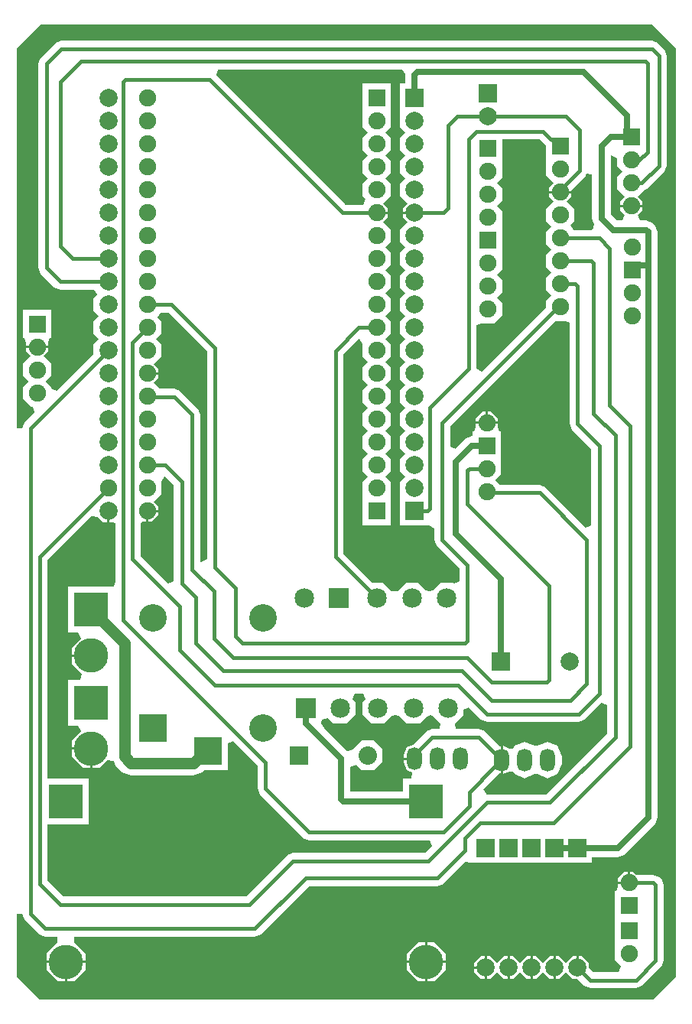
<source format=gtl>
G04*
G04 #@! TF.GenerationSoftware,Altium Limited,Altium Designer,21.3.2 (30)*
G04*
G04 Layer_Physical_Order=1*
G04 Layer_Color=255*
%FSTAX24Y24*%
%MOIN*%
G70*
G04*
G04 #@! TF.SameCoordinates,F68F6C76-AA82-476B-A51A-8D37A50AFAF4*
G04*
G04*
G04 #@! TF.FilePolarity,Positive*
G04*
G01*
G75*
%ADD33C,0.0150*%
%ADD34C,0.0250*%
%ADD35C,0.0500*%
%ADD36R,0.0750X0.0750*%
%ADD37C,0.0750*%
%ADD38C,0.1500*%
%ADD39R,0.1500X0.1500*%
%ADD40R,0.0800X0.0800*%
%ADD41C,0.0800*%
%ADD42C,0.1200*%
%ADD43R,0.1200X0.1200*%
%ADD44R,0.1500X0.1500*%
%ADD45R,0.0850X0.0850*%
%ADD46C,0.0850*%
%ADD47R,0.0750X0.0750*%
%ADD48C,0.0791*%
%ADD49R,0.0791X0.0791*%
%ADD50R,0.0791X0.0791*%
%ADD51O,0.0660X0.1000*%
G36*
X02885Y04155D02*
Y0011D01*
X02785Y0001D01*
X0011D01*
X0001Y0011D01*
Y003846D01*
X000348Y00385D01*
X000451Y003601D01*
X001108Y002944D01*
X001357Y002841D01*
X001877D01*
X001889Y002591D01*
X0014Y002102D01*
Y0018D01*
X0031D01*
Y002102D01*
X002611Y002591D01*
X002623Y002841D01*
X010493D01*
X010742Y002944D01*
X012846Y005048D01*
X01845D01*
X018699Y005151D01*
X019655Y006107D01*
X019905Y006055D01*
Y006055D01*
X025195D01*
Y006294D01*
X0263D01*
X0263Y006294D01*
X026587Y006413D01*
X027937Y007763D01*
X027937Y007763D01*
X028056Y00805D01*
Y032214D01*
X028056Y032214D01*
X028056Y032214D01*
Y033562D01*
X028056Y033562D01*
X027996Y033706D01*
X027937Y033849D01*
X027937Y033849D01*
X027849Y033937D01*
X027562Y034056D01*
X027562Y034056D01*
X027281D01*
X027178Y034306D01*
X027375Y034503D01*
Y03465D01*
X0269D01*
X026425D01*
Y034503D01*
X026622Y034306D01*
X026519Y034056D01*
X026268D01*
X026006Y034318D01*
Y036891D01*
X026029Y036908D01*
X026275Y036784D01*
Y036441D01*
X026516Y0362D01*
X026275Y035959D01*
Y035441D01*
X026622Y035094D01*
X026425Y034897D01*
Y03475D01*
X0269D01*
X027375D01*
Y034897D01*
X027178Y035094D01*
X02749Y035406D01*
X027599Y035451D01*
X028349Y036201D01*
X028452Y03645D01*
Y04125D01*
X028349Y041499D01*
X028049Y041799D01*
X0278Y041902D01*
X00205D01*
X001801Y041799D01*
X001151Y041149D01*
X001048Y0409D01*
Y032D01*
X001151Y031751D01*
X001751Y031151D01*
X002Y031048D01*
X003482D01*
X003619Y030831D01*
X003455Y030667D01*
Y030133D01*
X003687Y0299D01*
X003455Y029667D01*
Y029133D01*
X003687Y0289D01*
X003455Y028667D01*
Y028252D01*
X001856Y026653D01*
X001625Y026749D01*
Y026809D01*
X001384Y02705D01*
X001625Y027291D01*
Y027809D01*
X001278Y028156D01*
X001475Y028353D01*
Y0285D01*
X001D01*
X000525D01*
Y028353D01*
X000722Y028156D01*
X000375Y027809D01*
Y027291D01*
X000616Y02705D01*
X000375Y026809D01*
Y026291D01*
X000741Y025925D01*
X000801D01*
X000897Y025694D01*
X000451Y025249D01*
X000348Y025D01*
X0001Y025004D01*
Y04155D01*
X00115Y0426D01*
X0278D01*
X02885Y04155D01*
D02*
G37*
G36*
X023175Y037328D02*
Y036675D01*
X023175D01*
X023175Y036425D01*
Y036041D01*
X023522Y035694D01*
X023325Y035497D01*
Y03535D01*
X0238D01*
X024275D01*
Y035378D01*
X024899Y036001D01*
X024944Y036111D01*
X025194Y036061D01*
Y03415D01*
X025194Y03415D01*
X025297Y033902D01*
X025236Y033749D01*
X025171Y033652D01*
X024389D01*
X024253Y033869D01*
X024425Y034041D01*
Y034559D01*
X024078Y034906D01*
X024275Y035103D01*
Y03525D01*
X0238D01*
X023325D01*
Y035103D01*
X023522Y034906D01*
X023175Y034559D01*
Y034041D01*
X023416Y0338D01*
X023175Y033559D01*
Y033041D01*
X023416Y0328D01*
X023175Y032559D01*
Y032041D01*
X023416Y0318D01*
X023175Y031559D01*
Y031041D01*
X023416Y0308D01*
X023175Y030559D01*
Y030272D01*
X020366Y027463D01*
X02016Y027595D01*
X020152Y027603D01*
Y029488D01*
X020383Y029583D01*
X020391Y029575D01*
X020909D01*
X021275Y029941D01*
Y030459D01*
X021034Y0307D01*
X021275Y030941D01*
Y031459D01*
X021034Y0317D01*
X021275Y031941D01*
Y032325D01*
X021275Y032575D01*
X021275D01*
Y033825D01*
X021275D01*
X021275Y034075D01*
Y034459D01*
X021034Y0347D01*
X021275Y034941D01*
Y035459D01*
X021034Y0357D01*
X021275Y035941D01*
Y036325D01*
X021275Y036575D01*
X021275D01*
Y037598D01*
X022904D01*
X023175Y037328D01*
D02*
G37*
G36*
X00415Y020905D02*
X004305D01*
X004398Y020866D01*
Y01833D01*
X00435Y0181D01*
X00235D01*
Y0161D01*
X002794D01*
X002898Y01585D01*
X0025Y015452D01*
Y01515D01*
X00335D01*
Y01505D01*
X0025D01*
Y014748D01*
X002948Y0143D01*
X002877Y01405D01*
X00235D01*
Y01205D01*
X002794D01*
X002898Y0118D01*
X0025Y011402D01*
Y0111D01*
X00335D01*
Y01105D01*
X0034D01*
Y0102D01*
X003702D01*
X004049Y010547D01*
X004344Y010488D01*
X004417Y01031D01*
X00471Y010017D01*
X005093Y009859D01*
X007807D01*
X00819Y010017D01*
X008272Y0101D01*
X0093D01*
Y011276D01*
X009531Y011372D01*
X010598Y010304D01*
Y009288D01*
X010701Y009039D01*
X012589Y007151D01*
X012838Y007048D01*
X018124D01*
X01822Y006817D01*
X017904Y006502D01*
X01215D01*
X011901Y006399D01*
X010104Y004602D01*
X002146D01*
X001452Y005296D01*
Y00775D01*
X00325D01*
Y00975D01*
X001452D01*
Y019254D01*
X003366Y021168D01*
X003657Y021142D01*
X003895Y020905D01*
X00405D01*
Y0214D01*
X00415D01*
Y020905D01*
D02*
G37*
G36*
X017059Y04044D02*
X017044Y040404D01*
X017044Y040404D01*
Y040045D01*
X016805D01*
Y038755D01*
X016805D01*
X016805Y038505D01*
Y038133D01*
X017037Y0379D01*
X016805Y037667D01*
Y037133D01*
X017037Y0369D01*
X016805Y036667D01*
Y036133D01*
X017037Y0359D01*
X016805Y035667D01*
Y035133D01*
X017144Y034794D01*
X016955Y034605D01*
Y03445D01*
X01745D01*
Y03435D01*
X016955D01*
Y034195D01*
X017144Y034006D01*
X016805Y033667D01*
Y033133D01*
X017037Y0329D01*
X016805Y032667D01*
Y032133D01*
X017037Y0319D01*
X016805Y031667D01*
Y031133D01*
X017037Y0309D01*
X016805Y030667D01*
Y030133D01*
X017037Y0299D01*
X016805Y029667D01*
Y029133D01*
X017037Y0289D01*
X016805Y028667D01*
Y028133D01*
X017037Y0279D01*
X016805Y027667D01*
Y027133D01*
X017037Y0269D01*
X016805Y026667D01*
Y026133D01*
X017037Y0259D01*
X016805Y025667D01*
Y025133D01*
X017037Y0249D01*
X016805Y024667D01*
Y024133D01*
X017037Y0239D01*
X016805Y023667D01*
Y023133D01*
X017037Y0229D01*
X016805Y022667D01*
Y022295D01*
X016805Y022045D01*
X016805D01*
Y020755D01*
X018095D01*
X018298Y020641D01*
Y02015D01*
X018401Y019901D01*
X019398Y018904D01*
Y018333D01*
X019167Y018237D01*
X01913Y018275D01*
X01857D01*
X018246Y01795D01*
X0181Y017904D01*
X017954Y01795D01*
X01763Y018275D01*
X01707D01*
X01671Y017915D01*
X016575Y017895D01*
X01644Y017915D01*
X01608Y018275D01*
X015622D01*
X014352Y019546D01*
Y028234D01*
X015012Y028895D01*
X015053Y02889D01*
X015175Y028659D01*
Y028141D01*
X015416Y0279D01*
X015175Y027659D01*
Y027141D01*
X015416Y0269D01*
X015175Y026659D01*
Y026141D01*
X015416Y0259D01*
X015175Y025659D01*
Y025141D01*
X015416Y0249D01*
X015175Y024659D01*
Y024141D01*
X015416Y0239D01*
X015175Y023659D01*
Y023141D01*
X015416Y0229D01*
X015175Y022659D01*
Y022275D01*
X015175Y022025D01*
X015175D01*
Y020775D01*
X016425D01*
Y022025D01*
X016425D01*
X016425Y022275D01*
Y022659D01*
X016184Y0229D01*
X016425Y023141D01*
Y023659D01*
X016184Y0239D01*
X016425Y024141D01*
Y024659D01*
X016184Y0249D01*
X016425Y025141D01*
Y025659D01*
X016184Y0259D01*
X016425Y026141D01*
Y026659D01*
X016184Y0269D01*
X016425Y027141D01*
Y027659D01*
X016184Y0279D01*
X016425Y028141D01*
Y028659D01*
X016184Y0289D01*
X016425Y029141D01*
Y029659D01*
X016184Y0299D01*
X016425Y030141D01*
Y030659D01*
X016184Y0309D01*
X016425Y031141D01*
Y031659D01*
X016184Y0319D01*
X016425Y032141D01*
Y032659D01*
X016184Y0329D01*
X016425Y033141D01*
Y033659D01*
X016078Y034006D01*
X016275Y034203D01*
Y03435D01*
X0158D01*
Y03445D01*
X016275D01*
Y034597D01*
X016078Y034794D01*
X016425Y035141D01*
Y035659D01*
X016184Y0359D01*
X016425Y036141D01*
Y036659D01*
X016184Y0369D01*
X016425Y037141D01*
Y037659D01*
X016184Y0379D01*
X016425Y038141D01*
Y038525D01*
X016425Y038775D01*
X016425D01*
Y040025D01*
X015175D01*
Y038775D01*
X015175D01*
X015175Y038525D01*
Y038141D01*
X015416Y0379D01*
X015175Y037659D01*
Y037141D01*
X015416Y0369D01*
X015175Y036659D01*
Y036141D01*
X015416Y0359D01*
X015175Y035659D01*
Y035141D01*
X015314Y035002D01*
X015211Y034752D01*
X014446D01*
X008799Y040398D01*
X008866Y040633D01*
X008876Y040648D01*
X01692D01*
X017059Y04044D01*
D02*
G37*
G36*
X024059Y029675D02*
X024198Y029617D01*
Y0252D01*
X024301Y024951D01*
X025148Y024104D01*
Y020776D01*
X024917Y02068D01*
X023149Y022449D01*
X0229Y022552D01*
X021182D01*
X020984Y02275D01*
X021225Y022991D01*
Y023375D01*
X021225Y023625D01*
X021225D01*
Y024875D01*
X021149D01*
X021075Y025053D01*
Y0252D01*
X0206D01*
X020125D01*
Y025053D01*
X020051Y024875D01*
X019975D01*
Y024656D01*
X01995D01*
X019663Y024537D01*
X019663Y024537D01*
X019233Y024107D01*
X019002Y024202D01*
Y025104D01*
X023572Y029675D01*
X024059D01*
D02*
G37*
G36*
X008398Y028354D02*
Y019303D01*
X008148Y019169D01*
X008102Y0192D01*
Y0256D01*
X007999Y025849D01*
X007221Y026627D01*
X006972Y02673D01*
X006354D01*
X006078Y027006D01*
X006275Y027203D01*
Y02735D01*
X0058D01*
Y02745D01*
X006275D01*
Y027597D01*
X006078Y027794D01*
X006425Y028141D01*
Y028659D01*
X006184Y0289D01*
X006425Y029141D01*
Y029659D01*
X006253Y029831D01*
X006389Y030048D01*
X006704D01*
X008398Y028354D01*
D02*
G37*
G36*
X006948Y022534D02*
Y018353D01*
X006699Y018249D01*
X005502Y019446D01*
Y020883D01*
X005603Y020925D01*
X00575D01*
Y0214D01*
X0058D01*
Y02145D01*
X006275D01*
Y021597D01*
X006078Y021794D01*
X006425Y022141D01*
Y022659D01*
X006547Y02289D01*
X006588Y022895D01*
X006948Y022534D01*
D02*
G37*
G36*
X025848Y012947D02*
Y011696D01*
X023204Y009052D01*
X020603D01*
X020595Y00906D01*
X020463Y009266D01*
X021149Y009951D01*
X021155Y009954D01*
X0212Y009935D01*
Y01055D01*
Y011165D01*
X021152Y011145D01*
X020499Y011799D01*
X02025Y011902D01*
X019244D01*
X019206Y012152D01*
X019575Y01252D01*
Y012751D01*
X019806Y012847D01*
X020351Y012301D01*
X0206Y012198D01*
X0246D01*
X024849Y012301D01*
X025598Y013051D01*
X025848Y012947D01*
D02*
G37*
G36*
X015313Y013217D02*
X015175Y01308D01*
Y01252D01*
X01557Y012125D01*
X01613D01*
X01649Y012485D01*
X016625Y012505D01*
X01676Y012485D01*
X01712Y012125D01*
X01768D01*
X018004Y01245D01*
X01815Y012496D01*
X018296Y01245D01*
X018594Y012152D01*
X018556Y011902D01*
X01823D01*
X017981Y011799D01*
X017395Y011213D01*
X017121Y011099D01*
X016985Y01077D01*
Y01065D01*
X01745D01*
Y01055D01*
X016985D01*
Y01043D01*
X017121Y010101D01*
X017364Y01D01*
X017315Y00975D01*
X01695D01*
Y009156D01*
X014656D01*
Y010221D01*
X014906Y010325D01*
X015131Y0101D01*
X015669D01*
X01605Y010481D01*
Y011019D01*
X015669Y0114D01*
X015131D01*
X01475Y011019D01*
Y011001D01*
X014675Y010961D01*
X0145Y010924D01*
X013498Y011926D01*
X013375Y012125D01*
X013428Y012292D01*
X013675Y012371D01*
X01392Y012125D01*
X01448D01*
X014875Y01252D01*
Y01308D01*
X014737Y013217D01*
X014833Y013448D01*
X015217D01*
X015313Y013217D01*
D02*
G37*
%LPC*%
G36*
X001625Y030175D02*
X000375D01*
Y028925D01*
X000451D01*
X000525Y028747D01*
Y0286D01*
X001D01*
X001475D01*
Y028747D01*
X001549Y028925D01*
X001625D01*
Y030175D01*
D02*
G37*
G36*
X02675Y005675D02*
X026603D01*
X026325Y005397D01*
Y00525D01*
X02675D01*
Y005675D01*
D02*
G37*
G36*
X018302Y0026D02*
X018D01*
Y0018D01*
X0188D01*
Y002102D01*
X018302Y0026D01*
D02*
G37*
G36*
X0179D02*
X017598D01*
X0171Y002102D01*
Y0018D01*
X0179D01*
Y0026D01*
D02*
G37*
G36*
X0225Y001995D02*
X022345D01*
X022225Y001875D01*
X02205Y00171D01*
X021875Y001875D01*
X021755Y001995D01*
X0216D01*
Y0015D01*
Y001005D01*
X021755D01*
X021875Y001125D01*
X02205Y00129D01*
X022225Y001125D01*
X022345Y001005D01*
X0225D01*
Y0015D01*
Y001995D01*
D02*
G37*
G36*
X0235D02*
X023345D01*
X023225Y001875D01*
X02305Y00171D01*
X022875Y001875D01*
X022755Y001995D01*
X0226D01*
Y0015D01*
Y001005D01*
X022755D01*
X022875Y001125D01*
X02305Y00129D01*
X023225Y001125D01*
X023345Y001005D01*
X0235D01*
Y0015D01*
Y001995D01*
D02*
G37*
G36*
X0215D02*
X021345D01*
X021225Y001875D01*
X02105Y00171D01*
X020875Y001875D01*
X020755Y001995D01*
X0206D01*
Y0015D01*
Y001005D01*
X020755D01*
X020875Y001125D01*
X02105Y00129D01*
X021225Y001125D01*
X021345Y001005D01*
X0215D01*
Y0015D01*
Y001995D01*
D02*
G37*
G36*
X0205D02*
X020345D01*
X020055Y001705D01*
Y00155D01*
X0205D01*
Y001995D01*
D02*
G37*
G36*
X026997Y005675D02*
X02685D01*
Y0052D01*
X0268D01*
Y00515D01*
X026325D01*
Y005003D01*
X026251Y004825D01*
X026175D01*
Y003575D01*
Y002475D01*
X026175D01*
X026175Y002225D01*
Y001841D01*
X026464Y001552D01*
X026361Y001302D01*
X025246D01*
X025045Y001502D01*
Y001705D01*
X024755Y001995D01*
X0246D01*
Y0015D01*
X0245D01*
Y001995D01*
X024345D01*
X024225Y001875D01*
X02405Y00171D01*
X023875Y001875D01*
X023755Y001995D01*
X0236D01*
Y0015D01*
Y001005D01*
X023755D01*
X023875Y001125D01*
X02405Y00129D01*
X024225Y001125D01*
X024345Y001005D01*
X024548D01*
X024851Y000701D01*
X0251Y000598D01*
X0271D01*
X027349Y000701D01*
X028199Y001551D01*
X028302Y0018D01*
Y005112D01*
X028199Y005361D01*
X028111Y005449D01*
X027862Y005552D01*
X02712D01*
X026997Y005675D01*
D02*
G37*
G36*
X0205Y00145D02*
X020055D01*
Y001295D01*
X020345Y001005D01*
X0205D01*
Y00145D01*
D02*
G37*
G36*
X0188Y0017D02*
X018D01*
Y0009D01*
X018302D01*
X0188Y001398D01*
Y0017D01*
D02*
G37*
G36*
X0179D02*
X0171D01*
Y001398D01*
X017598Y0009D01*
X0179D01*
Y0017D01*
D02*
G37*
G36*
X0031D02*
X0023D01*
Y0009D01*
X002602D01*
X0031Y001398D01*
Y0017D01*
D02*
G37*
G36*
X0022D02*
X0014D01*
Y001398D01*
X001898Y0009D01*
X0022D01*
Y0017D01*
D02*
G37*
G36*
X0033Y011D02*
X0025D01*
Y010698D01*
X002998Y0102D01*
X0033D01*
Y011D01*
D02*
G37*
G36*
X020797Y025725D02*
X02065D01*
Y0253D01*
X021075D01*
Y025447D01*
X020797Y025725D01*
D02*
G37*
G36*
X02055D02*
X020403D01*
X020125Y025447D01*
Y0253D01*
X02055D01*
Y025725D01*
D02*
G37*
G36*
X006275Y02135D02*
X00585D01*
Y020925D01*
X005997D01*
X006275Y021203D01*
Y02135D01*
D02*
G37*
G36*
X02325Y011348D02*
X022806Y011164D01*
X022694Y011164D01*
X02225Y011348D01*
X021806Y011164D01*
X021759Y011049D01*
X021579D01*
X0213Y011165D01*
Y01055D01*
Y009935D01*
X021579Y010051D01*
X021759Y010051D01*
X021806Y009936D01*
X02225Y009752D01*
X022694Y009936D01*
X022806Y009936D01*
X02325Y009752D01*
X023694Y009936D01*
X023878Y01038D01*
Y01072D01*
X023694Y011164D01*
X02325Y011348D01*
D02*
G37*
%LPD*%
D33*
X004838Y0402D02*
X0085D01*
X00475Y01665D02*
X01095Y01045D01*
X00475Y01665D02*
Y040112D01*
X004838Y0402D01*
X0143Y0344D02*
X0158D01*
X0085Y0402D02*
X0143Y0344D01*
X0238Y0323D02*
X025162D01*
X0237D02*
X0238D01*
X0206Y0222D02*
X0229D01*
X0058Y026378D02*
X006972D01*
X0237Y0353D02*
X02465Y03625D01*
X00515Y0193D02*
Y02875D01*
X0058Y0294D01*
X00685Y0304D02*
X00875Y0285D01*
X0058Y0304D02*
X00685D01*
X01502Y0294D02*
X0158D01*
X02795Y0018D02*
Y005112D01*
X027862Y0052D02*
X02795Y005112D01*
X008166Y01095D02*
X00845D01*
X0072Y01535D02*
X00875Y0138D01*
X0079Y01565D02*
X0091Y01445D01*
X0195D01*
X00955Y015D02*
X01975D01*
X00875Y0138D02*
X01935D01*
X01975Y0217D02*
X0233Y01815D01*
X02455Y0252D02*
X0255Y02425D01*
X02525Y025647D02*
X0262Y024697D01*
X02595Y026D02*
X02685Y0251D01*
Y01115D02*
Y0251D01*
X019848Y008548D02*
Y009148D01*
X020923Y010223D01*
X0127Y0054D02*
X01845D01*
X01965Y0066D01*
Y00715D01*
X012838Y0074D02*
X0187D01*
X01805Y00615D02*
X0206Y0087D01*
X01965Y00715D02*
X0203Y0078D01*
X0187Y0074D02*
X019848Y008548D01*
X020923Y010223D02*
X020955D01*
X02125Y010518D01*
Y01055D01*
X020982Y010818D02*
X021014D01*
X02125Y01055D02*
Y010582D01*
X01823Y01155D02*
X02025D01*
X01745Y01077D02*
X01823Y01155D01*
X02025D02*
X020982Y010818D01*
X01745Y0106D02*
Y01077D01*
X021014Y010818D02*
X02125Y010582D01*
X0268Y0052D02*
X027862D01*
X0206Y0087D02*
X02335D01*
X0206Y01255D02*
X0246D01*
X02335Y0087D02*
X0262Y01155D01*
X0235Y0078D02*
X02685Y01115D01*
X0203Y0078D02*
X0235D01*
X0011Y00515D02*
X002Y00425D01*
X01025D01*
X010493Y003193D02*
X0127Y0054D01*
X01025Y00425D02*
X01215Y00615D01*
X01805D01*
X01095Y009288D02*
X012838Y0074D01*
X01095Y009288D02*
Y01045D01*
X01745Y0214D02*
X018012D01*
X0181Y021488D01*
X01865Y02015D02*
Y02525D01*
X0181Y021488D02*
Y0259D01*
X0251Y00095D02*
X0271D01*
X02455Y0015D02*
X0251Y00095D01*
X0271D02*
X02795Y0018D01*
X0225Y00145D02*
X02255Y0015D01*
X014Y02838D02*
X01502Y0294D01*
X00205Y04155D02*
X0278D01*
X0029Y041D02*
X027512D01*
X0189Y0346D02*
Y0382D01*
X0193Y0386D01*
X02065D01*
X0198Y0376D02*
X02015Y03795D01*
X02305D01*
X01745Y0344D02*
X0187D01*
X025162Y0323D02*
X02525Y032212D01*
X0255Y0333D02*
X02595Y03285D01*
X0237Y0333D02*
X0255D01*
X02735Y0357D02*
X0281Y03645D01*
X0267Y0357D02*
X02735D01*
X0267Y0367D02*
X02725D01*
X0276Y03705D01*
X0278Y04155D02*
X0281Y04125D01*
X02405Y0386D02*
X02465Y038D01*
X02065Y0386D02*
X02405D01*
X0281Y03645D02*
Y04125D01*
X0276Y03705D02*
Y040912D01*
X027512Y041D02*
X0276Y040912D01*
X02595Y026D02*
Y03285D01*
X02455Y0252D02*
Y031212D01*
X02525Y025647D02*
Y032212D01*
X024462Y0313D02*
X02455Y031212D01*
X02305Y03795D02*
X0237Y0373D01*
X02465Y03625D02*
Y038D01*
X0007Y00385D02*
X001357Y003193D01*
X010493D01*
X00875Y01895D02*
Y0285D01*
X014Y0194D02*
Y02838D01*
X0079Y01565D02*
Y01765D01*
X0087Y01585D02*
X00955Y015D01*
X00995Y01565D02*
X019662D01*
X00965Y01595D02*
X00995Y01565D01*
X0087Y01585D02*
Y0179D01*
X00965Y01595D02*
Y01805D01*
X00775Y01885D02*
X0087Y0179D01*
X00875Y01895D02*
X00965Y01805D01*
X0007Y025D02*
X0041Y0284D01*
X0014Y032D02*
X002Y0314D01*
X002Y03295D02*
X00255Y0324D01*
X002Y0314D02*
X0041D01*
X00255Y0324D02*
X0041D01*
X0187Y0344D02*
X0189Y0346D01*
X0181Y0259D02*
X0198Y0276D01*
Y0376D01*
X01975Y0217D02*
Y023162D01*
X019838Y02325D01*
X0206D01*
X01865Y02525D02*
X0237Y0303D01*
X0238Y0313D02*
X024462D01*
X0229Y0222D02*
X02495Y02015D01*
X0014Y032D02*
Y0409D01*
X00205Y04155D01*
X002Y03295D02*
Y0401D01*
X0029Y041D01*
X00775Y01885D02*
Y0256D01*
X00658Y0234D02*
X0073Y02268D01*
X0058Y0234D02*
X00658D01*
X006972Y026378D02*
X00775Y0256D01*
X014Y0194D02*
X0158Y0176D01*
X01865Y02015D02*
X01975Y01905D01*
X01935Y0138D02*
X0206Y01255D01*
X019662Y01565D02*
X01975Y015738D01*
Y01905D01*
X0262Y01155D02*
Y024697D01*
X0255Y01345D02*
Y02425D01*
X0007Y00385D02*
Y025D01*
X0011Y00515D02*
Y0194D01*
X00515Y0193D02*
X0072Y01725D01*
X0073Y01825D02*
Y02268D01*
X0011Y0194D02*
X0041Y0224D01*
X01975Y015D02*
X0208Y01395D01*
X0246Y01255D02*
X0255Y01345D01*
X0208Y01315D02*
X024239D01*
X02495Y013861D01*
X0195Y01445D02*
X0208Y01315D01*
X0208Y01395D02*
X023212D01*
X0233Y014038D01*
Y01815D01*
X02495Y013861D02*
Y02015D01*
X0073Y01825D02*
X0079Y01765D01*
X0072Y01535D02*
Y01725D01*
D34*
X0267Y0377D02*
Y03865D01*
X0127Y01215D02*
X01425Y0106D01*
X0127Y01215D02*
Y0128D01*
X01925Y0204D02*
X0212Y01845D01*
X02765Y00805D02*
Y032214D01*
X01435Y00875D02*
X01795D01*
X024Y0067D02*
X02455D01*
X0263D01*
X02765Y00805D01*
X01925Y0204D02*
Y02355D01*
X027147Y032097D02*
X027533D01*
X02765Y032214D01*
X02695Y0319D02*
X027147Y032097D01*
X02765Y032214D02*
Y033562D01*
X027562Y03365D02*
X02765Y033562D01*
X0261Y03365D02*
X027562D01*
X0256Y03415D02*
X0261Y03365D01*
X017596Y04055D02*
X0248D01*
X01745Y0394D02*
Y040404D01*
X017596Y04055D01*
X0256Y03415D02*
Y0373D01*
X026Y0377D01*
X0267D01*
X0248Y04055D02*
X0267Y03865D01*
X01995Y02425D02*
X0206D01*
X01925Y02355D02*
X01995Y02425D01*
X0212Y014845D02*
Y01845D01*
X01425Y00885D02*
X01435Y00875D01*
X01425Y00885D02*
Y0106D01*
D35*
X008166Y01095D02*
X008175Y010941D01*
X005093Y0104D02*
X007807D01*
X0048Y010693D02*
X005093Y0104D01*
X007807D02*
X008175Y010768D01*
Y010941D01*
X0048Y010693D02*
Y01565D01*
X00335Y0171D02*
X0048Y01565D01*
D36*
X0158Y0214D02*
D03*
Y0394D02*
D03*
D37*
Y0224D02*
D03*
Y0234D02*
D03*
Y0244D02*
D03*
Y0254D02*
D03*
Y0264D02*
D03*
Y0274D02*
D03*
Y0284D02*
D03*
Y0294D02*
D03*
Y0304D02*
D03*
Y0314D02*
D03*
Y0324D02*
D03*
Y0334D02*
D03*
Y0344D02*
D03*
Y0354D02*
D03*
Y0364D02*
D03*
Y0374D02*
D03*
Y0384D02*
D03*
X0058Y0394D02*
D03*
Y0384D02*
D03*
Y0374D02*
D03*
Y0364D02*
D03*
Y0354D02*
D03*
Y0344D02*
D03*
Y0334D02*
D03*
Y0324D02*
D03*
Y0314D02*
D03*
Y0304D02*
D03*
Y0294D02*
D03*
Y0284D02*
D03*
Y0274D02*
D03*
Y0264D02*
D03*
Y0254D02*
D03*
Y0244D02*
D03*
Y0234D02*
D03*
Y0224D02*
D03*
Y0214D02*
D03*
X02695Y0299D02*
D03*
Y0309D02*
D03*
Y0329D02*
D03*
X0041Y0224D02*
D03*
X0238Y0363D02*
D03*
Y0353D02*
D03*
Y0343D02*
D03*
Y0333D02*
D03*
Y0323D02*
D03*
Y0313D02*
D03*
Y0303D02*
D03*
X02065Y0302D02*
D03*
Y0312D02*
D03*
Y0322D02*
D03*
Y0342D02*
D03*
Y0352D02*
D03*
Y0362D02*
D03*
X0268Y0021D02*
D03*
Y0052D02*
D03*
X0206Y02225D02*
D03*
Y02325D02*
D03*
Y02525D02*
D03*
X0269Y0367D02*
D03*
Y0357D02*
D03*
Y0347D02*
D03*
X001Y02855D02*
D03*
Y02755D02*
D03*
Y02655D02*
D03*
D38*
X00225Y00175D02*
D03*
X01795D02*
D03*
X00335Y0151D02*
D03*
Y01105D02*
D03*
D39*
X00225Y00875D02*
D03*
X01795D02*
D03*
D40*
X0124Y01075D02*
D03*
D41*
X0154D02*
D03*
D42*
X01085Y01195D02*
D03*
X00605Y01675D02*
D03*
X01085D02*
D03*
D43*
X00845Y01095D02*
D03*
X00605Y01195D02*
D03*
D44*
X00335Y0171D02*
D03*
Y01305D02*
D03*
D45*
X0127Y0128D02*
D03*
X01415Y0176D02*
D03*
D46*
X01265D02*
D03*
X01585Y0128D02*
D03*
X0158Y0176D02*
D03*
X01735D02*
D03*
X0174Y0128D02*
D03*
X0142D02*
D03*
X01885Y0176D02*
D03*
X0189Y0128D02*
D03*
D47*
X02695Y0319D02*
D03*
X0238Y0373D02*
D03*
X02065Y0332D02*
D03*
Y0372D02*
D03*
X0268Y0031D02*
D03*
Y0042D02*
D03*
X0206Y02425D02*
D03*
X0269Y0377D02*
D03*
X001Y02955D02*
D03*
D48*
X0041Y0214D02*
D03*
Y0234D02*
D03*
Y0244D02*
D03*
Y0254D02*
D03*
Y0264D02*
D03*
Y0274D02*
D03*
Y0284D02*
D03*
Y0294D02*
D03*
Y0304D02*
D03*
Y0314D02*
D03*
Y0324D02*
D03*
Y0334D02*
D03*
Y0344D02*
D03*
Y0354D02*
D03*
Y0364D02*
D03*
Y0374D02*
D03*
Y0384D02*
D03*
Y0394D02*
D03*
X02055Y0015D02*
D03*
X02155D02*
D03*
X02255D02*
D03*
X02355D02*
D03*
X02455D02*
D03*
X01745Y0384D02*
D03*
Y0374D02*
D03*
Y0364D02*
D03*
Y0354D02*
D03*
Y0344D02*
D03*
Y0334D02*
D03*
Y0324D02*
D03*
Y0314D02*
D03*
Y0304D02*
D03*
Y0294D02*
D03*
Y0284D02*
D03*
Y0274D02*
D03*
Y0264D02*
D03*
Y0254D02*
D03*
Y0244D02*
D03*
Y0234D02*
D03*
Y0224D02*
D03*
X02065Y0386D02*
D03*
X0242Y01485D02*
D03*
D49*
X02455Y0067D02*
D03*
X02355D02*
D03*
X02255D02*
D03*
X02155D02*
D03*
X02055D02*
D03*
X0212Y014845D02*
D03*
D50*
X01745Y0394D02*
D03*
Y0214D02*
D03*
X02065Y0396D02*
D03*
D51*
X02125Y01055D02*
D03*
X02225D02*
D03*
X02325D02*
D03*
X01745Y0106D02*
D03*
X01845D02*
D03*
X01945D02*
D03*
M02*

</source>
